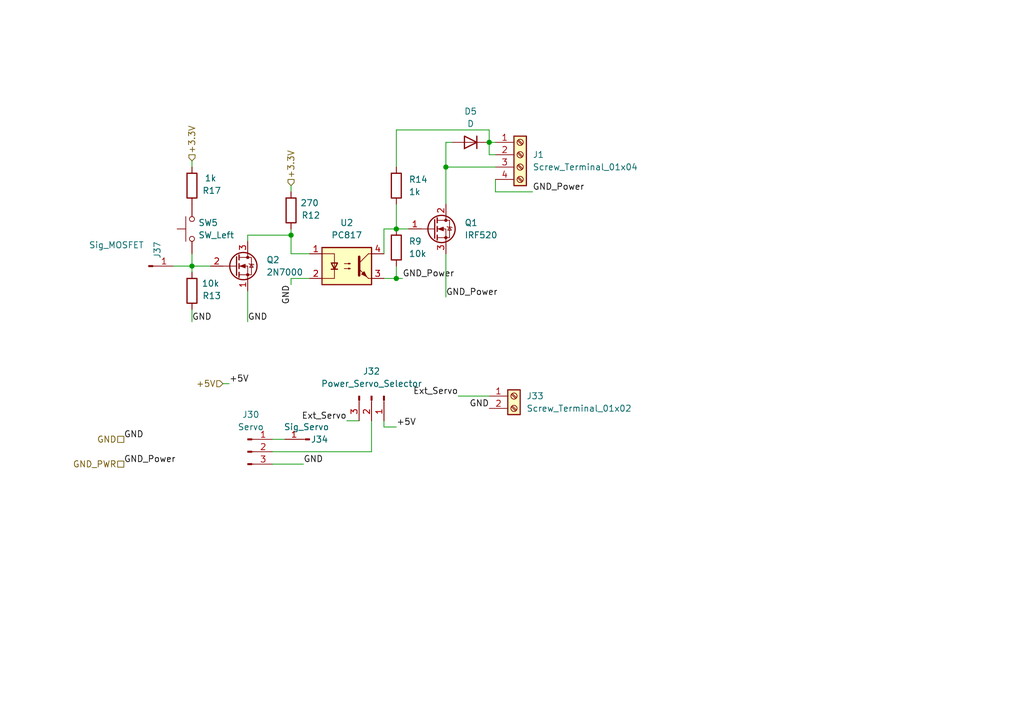
<source format=kicad_sch>
(kicad_sch (version 20231120) (generator "eeschema") (generator_version "8.0")
  (paper "A5")
  (title_block (title "Power") (date "2024-08-29") (rev "1.0") (company "Designed by CREPP-NLG"))
  (lib_symbols
    (symbol "Connector:Conn_01x01_Pin" (pin_names (offset 1.016) hide)
      (property "Reference" "J" (at 0 2.54 0))
      (property "Value" "Conn_01x01_Pin" (at 0 -2.54 0))
      (symbol "Conn_01x01_Pin_1_1"
        (polyline (pts (xy 1.27 0) (xy 0.8636 0)) (stroke (width 0.1524)))
        (rectangle (start 0.8636 0.127) (end 0 -0.127) (stroke (width 0.1524)) (fill (type outline)))
        (pin passive line (at 5.08 0 180) (length 3.81) (name "Pin_1") (number "1"))
      )
    )
    (symbol "Connector:Conn_01x03_Pin" (pin_names (offset 1.016) hide)
      (property "Reference" "J" (at 0 5.08 0))
      (property "Value" "Conn_01x03_Pin" (at 0 -5.08 0))
      (symbol "Conn_01x03_Pin_1_1"
        (polyline (pts (xy 1.27 -2.54) (xy 0.8636 -2.54)) (stroke (width 0.1524)))
        (polyline (pts (xy 1.27 0) (xy 0.8636 0)) (stroke (width 0.1524)))
        (polyline (pts (xy 1.27 2.54) (xy 0.8636 2.54)) (stroke (width 0.1524)))
        (rectangle (start 0.8636 -2.413) (end 0 -2.667) (stroke (width 0.1524)) (fill (type outline)))
        (rectangle (start 0.8636 0.127) (end 0 -0.127) (stroke (width 0.1524)) (fill (type outline)))
        (rectangle (start 0.8636 2.667) (end 0 2.413) (stroke (width 0.1524)) (fill (type outline)))
        (pin passive line (at 5.08 2.54 180) (length 3.81) (name "Pin_1") (number "1"))
        (pin passive line (at 5.08 0 180) (length 3.81) (name "Pin_2") (number "2"))
        (pin passive line (at 5.08 -2.54 180) (length 3.81) (name "Pin_3") (number "3"))
      )
    )
    (symbol "Connector:Screw_Terminal_01x02" (pin_names (offset 1.016) hide)
      (property "Reference" "J" (at 0 2.54 0))
      (property "Value" "Screw_Terminal_01x02" (at 0 -5.08 0))
      (symbol "Screw_Terminal_01x02_1_1"
        (rectangle (start -1.27 1.27) (end 1.27 -3.81) (stroke (width 0.254)) (fill (type background)))
        (circle (center 0 -2.54) (radius 0.635) (stroke (width 0.1524)))
        (polyline (pts (xy -0.5334 -2.2098) (xy 0.3302 -3.048)) (stroke (width 0.1524)))
        (polyline (pts (xy -0.5334 0.3302) (xy 0.3302 -0.508)) (stroke (width 0.1524)))
        (polyline (pts (xy -0.3556 -2.032) (xy 0.508 -2.8702)) (stroke (width 0.1524)))
        (polyline (pts (xy -0.3556 0.508) (xy 0.508 -0.3302)) (stroke (width 0.1524)))
        (circle (center 0 0) (radius 0.635) (stroke (width 0.1524)))
        (pin passive line (at -5.08 0 0) (length 3.81) (name "Pin_1") (number "1"))
        (pin passive line (at -5.08 -2.54 0) (length 3.81) (name "Pin_2") (number "2"))
      )
    )
    (symbol "Connector:Screw_Terminal_01x04" (pin_names (offset 1.016) hide)
      (property "Reference" "J" (at 0 5.08 0))
      (property "Value" "Screw_Terminal_01x04" (at 0 -7.62 0))
      (symbol "Screw_Terminal_01x04_1_1"
        (rectangle (start -1.27 3.81) (end 1.27 -6.35) (stroke (width 0.254)) (fill (type background)))
        (circle (center 0 -5.08) (radius 0.635) (stroke (width 0.1524)))
        (circle (center 0 -2.54) (radius 0.635) (stroke (width 0.1524)))
        (polyline (pts (xy -0.5334 -4.7498) (xy 0.3302 -5.588)) (stroke (width 0.1524)))
        (polyline (pts (xy -0.5334 -2.2098) (xy 0.3302 -3.048)) (stroke (width 0.1524)))
        (polyline (pts (xy -0.5334 0.3302) (xy 0.3302 -0.508)) (stroke (width 0.1524)))
        (polyline (pts (xy -0.5334 2.8702) (xy 0.3302 2.032)) (stroke (width 0.1524)))
        (polyline (pts (xy -0.3556 -4.572) (xy 0.508 -5.4102)) (stroke (width 0.1524)))
        (polyline (pts (xy -0.3556 -2.032) (xy 0.508 -2.8702)) (stroke (width 0.1524)))
        (polyline (pts (xy -0.3556 0.508) (xy 0.508 -0.3302)) (stroke (width 0.1524)))
        (polyline (pts (xy -0.3556 3.048) (xy 0.508 2.2098)) (stroke (width 0.1524)))
        (circle (center 0 0) (radius 0.635) (stroke (width 0.1524)))
        (circle (center 0 2.54) (radius 0.635) (stroke (width 0.1524)))
        (pin passive line (at -5.08 2.54 0) (length 3.81) (name "Pin_1") (number "1"))
        (pin passive line (at -5.08 0 0) (length 3.81) (name "Pin_2") (number "2"))
        (pin passive line (at -5.08 -2.54 0) (length 3.81) (name "Pin_3") (number "3"))
        (pin passive line (at -5.08 -5.08 0) (length 3.81) (name "Pin_4") (number "4"))
      )
    )
    (symbol "Device:D" (pin_numbers hide) (pin_names (offset 1.016) hide)
      (property "Reference" "D" (at 0 2.54 0))
      (property "Value" "D" (at 0 -2.54 0))
      (symbol "D_0_1"
        (polyline (pts (xy -1.27 1.27) (xy -1.27 -1.27)) (stroke (width 0.254)))
        (polyline (pts (xy 1.27 0) (xy -1.27 0)))
        (polyline (pts (xy 1.27 1.27) (xy 1.27 -1.27) (xy -1.27 0) (xy 1.27 1.27)) (stroke (width 0.254)))
      )
      (symbol "D_1_1"
        (pin passive line (at -3.81 0 0) (length 2.54) (name "K") (number "1"))
        (pin passive line (at 3.81 0 180) (length 2.54) (name "A") (number "2"))
      )
    )
    (symbol "Device:R" (pin_numbers hide) (pin_names (offset 0))
      (property "Reference" "R" (at 2.032 0 90))
      (property "Value" "R" (at 0 0 90))
      (symbol "R_0_1"
        (rectangle (start -1.016 -2.54) (end 1.016 2.54) (stroke (width 0.254)))
      )
      (symbol "R_1_1"
        (pin passive line (at 0 3.81 270) (length 1.27) (name "~") (number "1"))
        (pin passive line (at 0 -3.81 90) (length 1.27) (name "~") (number "2"))
      )
    )
    (symbol "Isolator:PC817" (pin_names (offset 1.016))
      (property "Reference" "U" (at -5.08 5.08 0))
      (property "Value" "PC817" (at 0 5.08 0))
      (symbol "PC817_0_1"
        (rectangle (start -5.08 3.81) (end 5.08 -3.81) (stroke (width 0.254)) (fill (type background)))
        (polyline (pts (xy -3.175 -0.635) (xy -1.905 -0.635)) (stroke (width 0.254)))
        (polyline (pts (xy 2.54 0.635) (xy 4.445 2.54)))
        (polyline (pts (xy 4.445 -2.54) (xy 2.54 -0.635)) (fill (type outline)))
        (polyline (pts (xy 4.445 -2.54) (xy 5.08 -2.54)))
        (polyline (pts (xy 4.445 2.54) (xy 5.08 2.54)))
        (polyline (pts (xy -5.08 2.54) (xy -2.54 2.54) (xy -2.54 -0.635)))
        (polyline (pts (xy -2.54 -0.635) (xy -2.54 -2.54) (xy -5.08 -2.54)))
        (polyline (pts (xy 2.54 1.905) (xy 2.54 -1.905) (xy 2.54 -1.905)) (stroke (width 0.508)))
        (polyline (pts (xy -2.54 -0.635) (xy -3.175 0.635) (xy -1.905 0.635) (xy -2.54 -0.635)) (stroke (width 0.254)))
        (polyline (pts (xy -0.508 -0.508) (xy 0.762 -0.508) (xy 0.381 -0.635) (xy 0.381 -0.381) (xy 0.762 -0.508)))
        (polyline (pts (xy -0.508 0.508) (xy 0.762 0.508) (xy 0.381 0.381) (xy 0.381 0.635) (xy 0.762 0.508)))
        (polyline (pts (xy 3.048 -1.651) (xy 3.556 -1.143) (xy 4.064 -2.159) (xy 3.048 -1.651) (xy 3.048 -1.651)) (fill (type outline)))
      )
      (symbol "PC817_1_1"
        (pin passive line (at -7.62 2.54 0) (length 2.54) (name "~") (number "1"))
        (pin passive line (at -7.62 -2.54 0) (length 2.54) (name "~") (number "2"))
        (pin passive line (at 7.62 -2.54 180) (length 2.54) (name "~") (number "3"))
        (pin passive line (at 7.62 2.54 180) (length 2.54) (name "~") (number "4"))
      )
    )
    (symbol "Switch:SW_Push" (pin_numbers hide) (pin_names (offset 1.016) hide)
      (property "Reference" "SW" (at 1.27 2.54 0))
      (property "Value" "SW_Push" (at 0 -1.524 0))
      (symbol "SW_Push_0_1"
        (circle (center -2.032 0) (radius 0.508))
        (polyline (pts (xy 0 1.27) (xy 0 3.048)))
        (polyline (pts (xy 2.54 1.27) (xy -2.54 1.27)))
        (circle (center 2.032 0) (radius 0.508))
        (pin passive line (at -5.08 0 0) (length 2.54) (name "1") (number "1"))
        (pin passive line (at 5.08 0 180) (length 2.54) (name "2") (number "2"))
      )
    )
    (symbol "Transistor_FET:2N7000" (pin_names hide)
      (property "Reference" "Q" (at 5.08 1.905 0))
      (property "Value" "2N7000" (at 5.08 0 0))
      (symbol "2N7000_0_1"
        (polyline (pts (xy 0.254 0) (xy -2.54 0)))
        (polyline (pts (xy 0.254 1.905) (xy 0.254 -1.905)) (stroke (width 0.254)))
        (polyline (pts (xy 0.762 -1.27) (xy 0.762 -2.286)) (stroke (width 0.254)))
        (polyline (pts (xy 0.762 0.508) (xy 0.762 -0.508)) (stroke (width 0.254)))
        (polyline (pts (xy 0.762 2.286) (xy 0.762 1.27)) (stroke (width 0.254)))
        (polyline (pts (xy 2.54 2.54) (xy 2.54 1.778)))
        (polyline (pts (xy 2.54 -2.54) (xy 2.54 0) (xy 0.762 0)))
        (polyline (pts (xy 0.762 -1.778) (xy 3.302 -1.778) (xy 3.302 1.778) (xy 0.762 1.778)))
        (polyline (pts (xy 1.016 0) (xy 2.032 0.381) (xy 2.032 -0.381) (xy 1.016 0)) (fill (type outline)))
        (polyline (pts (xy 2.794 0.508) (xy 2.921 0.381) (xy 3.683 0.381) (xy 3.81 0.254)))
        (polyline (pts (xy 3.302 0.381) (xy 2.921 -0.254) (xy 3.683 -0.254) (xy 3.302 0.381)))
        (circle (center 1.651 0) (radius 2.794) (stroke (width 0.254)))
        (circle (center 2.54 -1.778) (radius 0.254) (fill (type outline)))
        (circle (center 2.54 1.778) (radius 0.254) (fill (type outline)))
      )
      (symbol "2N7000_1_1"
        (pin passive line (at 2.54 -5.08 90) (length 2.54) (name "S") (number "1"))
        (pin input line (at -5.08 0 0) (length 2.54) (name "G") (number "2"))
        (pin passive line (at 2.54 5.08 270) (length 2.54) (name "D") (number "3"))
      )
    )
    (symbol "Transistor_FET:IRF540N" (pin_names hide)
      (property "Reference" "Q" (at 5.08 1.905 0))
      (property "Value" "IRF540N" (at 5.08 0 0))
      (symbol "IRF540N_0_1"
        (polyline (pts (xy 0.254 0) (xy -2.54 0)))
        (polyline (pts (xy 0.254 1.905) (xy 0.254 -1.905)) (stroke (width 0.254)))
        (polyline (pts (xy 0.762 -1.27) (xy 0.762 -2.286)) (stroke (width 0.254)))
        (polyline (pts (xy 0.762 0.508) (xy 0.762 -0.508)) (stroke (width 0.254)))
        (polyline (pts (xy 0.762 2.286) (xy 0.762 1.27)) (stroke (width 0.254)))
        (polyline (pts (xy 2.54 2.54) (xy 2.54 1.778)))
        (polyline (pts (xy 2.54 -2.54) (xy 2.54 0) (xy 0.762 0)))
        (polyline (pts (xy 0.762 -1.778) (xy 3.302 -1.778) (xy 3.302 1.778) (xy 0.762 1.778)))
        (polyline (pts (xy 1.016 0) (xy 2.032 0.381) (xy 2.032 -0.381) (xy 1.016 0)) (fill (type outline)))
        (polyline (pts (xy 2.794 0.508) (xy 2.921 0.381) (xy 3.683 0.381) (xy 3.81 0.254)))
        (polyline (pts (xy 3.302 0.381) (xy 2.921 -0.254) (xy 3.683 -0.254) (xy 3.302 0.381)))
        (circle (center 1.651 0) (radius 2.794) (stroke (width 0.254)))
        (circle (center 2.54 -1.778) (radius 0.254) (fill (type outline)))
        (circle (center 2.54 1.778) (radius 0.254) (fill (type outline)))
      )
      (symbol "IRF540N_1_1"
        (pin input line (at -5.08 0 0) (length 2.54) (name "G") (number "1"))
        (pin passive line (at 2.54 5.08 270) (length 2.54) (name "D") (number "2"))
        (pin passive line (at 2.54 -5.08 90) (length 2.54) (name "S") (number "3"))
      )
    )
  )
  (junction (at 81.28 46.99))
  (junction (at 81.28 57.15))
  (junction (at 100.33 29.21))
  (junction (at 59.69 48.26))
  (junction (at 91.44 34.29))
  (junction (at 39.37 54.61))
  (wire (pts (xy 39.37 63.5) (xy 39.37 66.04)))
  (wire (pts (xy 39.37 33.02) (xy 39.37 34.29)))
  (wire (pts (xy 78.74 87.63) (xy 78.74 86.36)))
  (wire (pts (xy 71.12 86.36) (xy 73.66 86.36)))
  (wire (pts (xy 100.33 29.21) (xy 100.33 26.67)))
  (wire (pts (xy 91.44 52.07) (xy 91.44 60.96)))
  (wire (pts (xy 81.28 57.15) (xy 78.74 57.15)))
  (wire (pts (xy 45.72 78.74) (xy 46.99 78.74)))
  (wire (pts (xy 39.37 55.88) (xy 39.37 54.61)))
  (wire (pts (xy 76.2 92.71) (xy 55.88 92.71)))
  (wire (pts (xy 81.28 46.99) (xy 83.82 46.99)))
  (wire (pts (xy 100.33 31.75) (xy 101.6 31.75)))
  (wire (pts (xy 100.33 29.21) (xy 100.33 31.75)))
  (wire (pts (xy 55.88 95.25) (xy 62.23 95.25)))
  (wire (pts (xy 81.28 26.67) (xy 81.28 34.29)))
  (wire (pts (xy 93.98 81.28) (xy 100.33 81.28)))
  (wire (pts (xy 59.69 52.07) (xy 59.69 48.26)))
  (wire (pts (xy 82.55 57.15) (xy 81.28 57.15)))
  (wire (pts (xy 39.37 54.61) (xy 43.18 54.61)))
  (wire (pts (xy 59.69 57.15) (xy 63.5 57.15)))
  (wire (pts (xy 91.44 34.29) (xy 91.44 41.91)))
  (wire (pts (xy 39.37 52.07) (xy 39.37 54.61)))
  (wire (pts (xy 101.6 34.29) (xy 91.44 34.29)))
  (wire (pts (xy 50.8 48.26) (xy 59.69 48.26)))
  (wire (pts (xy 59.69 46.99) (xy 59.69 48.26)))
  (wire (pts (xy 78.74 46.99) (xy 81.28 46.99)))
  (wire (pts (xy 100.33 26.67) (xy 81.28 26.67)))
  (wire (pts (xy 50.8 59.69) (xy 50.8 66.04)))
  (wire (pts (xy 59.69 58.42) (xy 59.69 57.15)))
  (wire (pts (xy 35.56 54.61) (xy 39.37 54.61)))
  (wire (pts (xy 76.2 86.36) (xy 76.2 92.71)))
  (wire (pts (xy 92.71 29.21) (xy 91.44 29.21)))
  (wire (pts (xy 81.28 41.91) (xy 81.28 46.99)))
  (wire (pts (xy 109.22 39.37) (xy 101.6 39.37)))
  (wire (pts (xy 59.69 52.07) (xy 63.5 52.07)))
  (wire (pts (xy 81.28 54.61) (xy 81.28 57.15)))
  (wire (pts (xy 101.6 29.21) (xy 100.33 29.21)))
  (wire (pts (xy 78.74 52.07) (xy 78.74 46.99)))
  (wire (pts (xy 101.6 39.37) (xy 101.6 36.83)))
  (wire (pts (xy 50.8 49.53) (xy 50.8 48.26)))
  (wire (pts (xy 59.69 38.1) (xy 59.69 39.37)))
  (wire (pts (xy 91.44 29.21) (xy 91.44 34.29)))
  (wire (pts (xy 55.88 90.17) (xy 58.42 90.17)))
  (wire (pts (xy 81.28 87.63) (xy 78.74 87.63)))
  (label "GND_Power" (at 25.4 95.25 0))
  (label "GND" (at 39.37 66.04 0))
  (label "Ext_Servo" (at 93.98 81.28 180))
  (label "GND_Power" (at 82.55 57.15 0))
  (label "GND_Power" (at 109.22 39.37 0))
  (label "+5V" (at 81.28 87.63 0))
  (label "GND_Power" (at 91.44 60.96 0))
  (label "+5V" (at 46.99 78.74 0))
  (label "GND" (at 50.8 66.04 0))
  (label "GND" (at 25.4 90.17 0))
  (label "GND" (at 100.33 83.82 180))
  (label "GND" (at 59.69 58.42 270))
  (label "GND" (at 62.23 95.25 0))
  (label "Ext_Servo" (at 71.12 86.36 180))
  (hierarchical_label "+3.3V" (shape input) (at 39.37 33.02 90))
  (hierarchical_label "GND" (shape passive) (at 25.4 90.17 180))
  (hierarchical_label "+5V" (shape input) (at 45.72 78.74 180))
  (hierarchical_label "+3.3V" (shape input) (at 59.69 38.1 90))
  (hierarchical_label "GND_PWR" (shape passive) (at 25.4 95.25 180))
  (symbol (lib_id "Connector:Conn_01x01_Pin") (at 63.5 90.17 180) (unit 1)
    (property "Reference" "J34" (at 65.532 90.17 0))
    (property "Value" "Sig_Servo" (at 62.865 87.63 0))
    (property "Footprint" "Connector_PinHeader_2.54mm:PinHeader_1x01_P2.54mm_Vertical" (effects (hide yes)))
    (property "Description" "Generic connector, single row, 01x01, script generated" (effects (hide yes)))
  )
  (symbol (lib_id "Transistor_FET:2N7000") (at 48.26 54.61 0) (unit 1)
    (property "Reference" "Q2" (at 54.61 53.3399 0) (effects (justify left)))
    (property "Value" "2N7000" (at 54.61 55.8799 0) (effects (justify left)))
    (property "Footprint" "Package_TO_SOT_THT:TO-92_Inline" (effects (hide yes)))
    (property "Datasheet" "https://www.vishay.com/docs/70226/70226.pdf" (effects (hide yes)))
    (property "Description" "0.2A Id, 200V Vds, N-Channel MOSFET, 2.6V Logic Level, TO-92" (effects (hide yes)))
  )
  (symbol (lib_id "Connector:Screw_Terminal_01x04") (at 106.68 31.75 0) (unit 1)
    (property "Reference" "J1" (at 109.22 31.7499 0) (effects (justify left)))
    (property "Value" "Screw_Terminal_01x04" (at 109.22 34.2899 0) (effects (justify left)))
    (property "Footprint" "TerminalBlock_Phoenix:TerminalBlock_Phoenix_MKDS-1,5-4-5.08_1x04_P5.08mm_Horizontal" (effects (hide yes)))
    (property "Description" "Generic screw terminal, single row, 01x04, script generated (kicad-library-utils/schlib/autogen/connector/)" (effects (hide yes)))
  )
  (symbol (lib_id "Isolator:PC817") (at 71.12 54.61 0) (unit 1)
    (property "Reference" "U2" (at 71.12 45.72 0))
    (property "Value" "PC817" (at 71.12 48.26 0))
    (property "Footprint" "Package_DIP:DIP-4_W7.62mm" (effects (hide yes)))
    (property "Datasheet" "http://www.soselectronic.cz/a_info/resource/d/pc817.pdf" (effects (hide yes)))
    (property "Description" "DC Optocoupler, Vce 35V, CTR 50-300%, DIP-4" (effects (hide yes)))
  )
  (symbol (lib_id "Connector:Conn_01x01_Pin") (at 30.48 54.61 0) (unit 1)
    (property "Reference" "J37" (at 32.258 51.308 90))
    (property "Value" "Sig_MOSFET" (at 23.876 50.292 0))
    (property "Footprint" "Connector_PinHeader_2.54mm:PinHeader_1x01_P2.54mm_Vertical" (effects (hide yes)))
    (property "Description" "Generic connector, single row, 01x01, script generated" (effects (hide yes)))
  )
  (symbol (lib_id "Device:R") (at 39.37 59.69 180) (unit 1)
    (property "Reference" "R13" (at 43.434 60.706 0))
    (property "Value" "10k" (at 43.18 58.166 0))
    (property "Footprint" "Resistor_THT:R_Axial_DIN0207_L6.3mm_D2.5mm_P7.62mm_Horizontal" (effects (hide yes)))
    (property "Description" "Resistor" (effects (hide yes)))
  )
  (symbol (lib_id "Device:R") (at 39.37 38.1 180) (unit 1)
    (property "Reference" "R17" (at 43.434 39.116 0))
    (property "Value" "1k" (at 43.18 36.576 0))
    (property "Footprint" "Resistor_THT:R_Axial_DIN0207_L6.3mm_D2.5mm_P7.62mm_Horizontal" (effects (hide yes)))
    (property "Description" "Resistor" (effects (hide yes)))
  )
  (symbol (lib_id "Device:D") (at 96.52 29.21 180) (unit 1)
    (property "Reference" "D5" (at 96.52 22.86 0))
    (property "Value" "D" (at 96.52 25.4 0))
    (property "Footprint" "Diode_THT:D_A-405_P7.62mm_Horizontal" (effects (hide yes)))
    (property "Description" "Diode" (effects (hide yes)))
    (property "Sim.Device" "D" (effects (hide yes)))
    (property "Sim.Pins" "1=K 2=A" (effects (hide yes)))
  )
  (symbol (lib_id "Device:R") (at 59.69 43.18 180) (unit 1)
    (property "Reference" "R12" (at 63.754 44.196 0))
    (property "Value" "270" (at 63.5 41.656 0))
    (property "Footprint" "Resistor_THT:R_Axial_DIN0207_L6.3mm_D2.5mm_P7.62mm_Horizontal" (effects (hide yes)))
    (property "Description" "Resistor" (effects (hide yes)))
  )
  (symbol (lib_id "Connector:Conn_01x03_Pin") (at 50.8 92.71 0) (unit 1)
    (property "Reference" "J30" (at 51.435 85.09 0))
    (property "Value" "Servo" (at 51.435 87.63 0))
    (property "Footprint" "Connector_PinHeader_2.54mm:PinHeader_1x03_P2.54mm_Vertical" (effects (hide yes)))
    (property "Description" "Generic connector, single row, 01x03, script generated" (effects (hide yes)))
  )
  (symbol (lib_id "Connector:Screw_Terminal_01x02") (at 105.41 81.28 0) (unit 1)
    (property "Reference" "J33" (at 107.95 81.2799 0) (effects (justify left)))
    (property "Value" "Screw_Terminal_01x02" (at 107.95 83.8199 0) (effects (justify left)))
    (property "Footprint" "TerminalBlock_Phoenix:TerminalBlock_Phoenix_MKDS-1,5-2_1x02_P5.00mm_Horizontal" (effects (hide yes)))
    (property "Description" "Generic screw terminal, single row, 01x02, script generated (kicad-library-utils/schlib/autogen/connector/)" (effects (hide yes)))
  )
  (symbol (lib_id "Device:R") (at 81.28 50.8 0) (unit 1)
    (property "Reference" "R9" (at 83.82 49.5299 0) (effects (justify left)))
    (property "Value" "10k" (at 83.82 52.0699 0) (effects (justify left)))
    (property "Footprint" "Resistor_THT:R_Axial_DIN0207_L6.3mm_D2.5mm_P7.62mm_Horizontal" (effects (hide yes)))
    (property "Description" "Resistor" (effects (hide yes)))
  )
  (symbol (lib_id "Device:R") (at 81.28 38.1 0) (unit 1)
    (property "Reference" "R14" (at 83.82 36.8299 0) (effects (justify left)))
    (property "Value" "1k" (at 83.82 39.3699 0) (effects (justify left)))
    (property "Footprint" "Resistor_THT:R_Axial_DIN0207_L6.3mm_D2.5mm_P7.62mm_Horizontal" (effects (hide yes)))
    (property "Description" "Resistor" (effects (hide yes)))
  )
  (symbol (lib_id "Transistor_FET:IRF540N") (at 88.9 46.99 0) (unit 1)
    (property "Reference" "Q1" (at 95.25 45.7199 0) (effects (justify left)))
    (property "Value" "IRF520" (at 95.25 48.2599 0) (effects (justify left)))
    (property "Footprint" "Package_TO_SOT_THT:TO-220-3_Vertical" (effects (hide yes)))
    (property "Datasheet" "http://www.irf.com/product-info/datasheets/data/irf540n.pdf" (effects (hide yes)))
    (property "Description" "33A Id, 100V Vds, HEXFET N-Channel MOSFET, TO-220" (effects (hide yes)))
  )
  (symbol (lib_id "Switch:SW_Push") (at 39.37 46.99 90) (unit 1)
    (property "Reference" "SW5" (at 40.64 45.7199 90) (effects (justify right)))
    (property "Value" "SW_Left" (at 40.64 48.2599 90) (effects (justify right)))
    (property "Footprint" "Button_Switch_THT:SW_PUSH_6mm" (effects (hide yes)))
    (property "Description" "Push button switch, generic, two pins" (effects (hide yes)))
  )
  (symbol (lib_id "Connector:Conn_01x03_Pin") (at 76.2 81.28 270) (unit 1)
    (property "Reference" "J32" (at 76.2 76.2 90))
    (property "Value" "Power_Servo_Selector" (at 76.2 78.74 90))
    (property "Footprint" "Connector_PinHeader_2.54mm:PinHeader_1x03_P2.54mm_Vertical" (effects (hide yes)))
    (property "Description" "Generic connector, single row, 01x03, script generated" (effects (hide yes)))
  )
)
</source>
